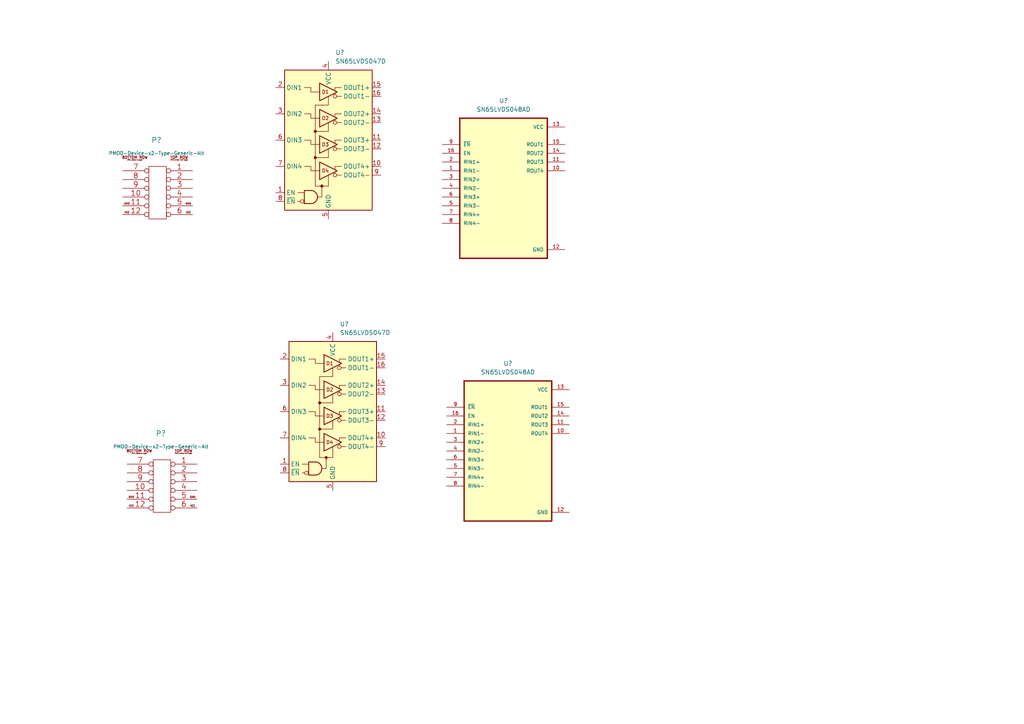
<source format=kicad_sch>
(kicad_sch (version 20211123) (generator eeschema)
  (paper "A4")
  (title_block (title "Pmod LVDS PCB for SpaceWire") (date "2022-09-02") (rev "0.1") (company "Engineer: Stefan Lindoerfer"))
  (lib_symbols
    (symbol "Interface:SN65LVDS047D"
      (property "Reference" "U" (at -12.7 21.59 0))
      (property "Value" "SN65LVDS047D" (at 1.27 21.59 0))
      (symbol "SN65LVDS047D_0_1"
        (polyline (pts (xy 1.905 -9.652) (xy 1.905 -9.271)))
        (polyline (pts (xy 1.905 -2.032) (xy 1.905 -1.651)))
        (polyline (pts (xy 1.905 5.588) (xy 1.905 5.969)))
        (polyline (pts (xy 1.905 13.208) (xy 1.905 13.589)))
        (polyline (pts (xy 0 12.7) (xy 0 10.16) (xy -3.81 10.16)))
        (polyline (pts (xy 3.81 0) (xy 1.905 0) (xy 1.905 -0.889)))
        (polyline (pts (xy -1.905 -13.335) (xy -1.905 -16.51) (xy -2.54 -16.51) (xy -3.175 -16.51)))
        (polyline (pts (xy 0 -13.335) (xy -2.54 -13.335) (xy -3.81 -13.335) (xy -3.81 10.16)))
      )
      (symbol "SN65LVDS047D_1_0"
        (rectangle (start -12.7 20.32) (end 12.7 -20.32) (stroke (width 0.254)) (fill (type background)))
        (circle (center -7.62 -17.78) (radius 0.508))
        (circle (center -3.81 -5.08) (radius 0.3556) (fill (type outline)))
        (circle (center -3.81 2.54) (radius 0.3556) (fill (type outline)))
        (circle (center -1.905 -13.335) (radius 0.3556) (fill (type outline)))
        (polyline (pts (xy 0 -13.335) (xy 0 -10.16)))
        (polyline (pts (xy 3.81 -10.16) (xy 2.413 -10.16)))
        (polyline (pts (xy 3.81 -2.54) (xy 2.413 -2.54)))
        (polyline (pts (xy 3.81 5.08) (xy 2.413 5.08)))
        (polyline (pts (xy 3.81 12.7) (xy 2.413 12.7)))
        (polyline (pts (xy -3.81 -5.08) (xy 0 -5.08) (xy 0 -2.54)))
        (polyline (pts (xy -3.81 2.54) (xy 0 2.54) (xy 0 5.08)))
        (polyline (pts (xy 1.905 -8.509) (xy 1.905 -7.62) (xy 3.81 -7.62)))
        (polyline (pts (xy 1.905 6.731) (xy 1.905 7.62) (xy 3.81 7.62)))
        (polyline (pts (xy 1.905 14.351) (xy 1.905 15.24) (xy 3.81 15.24)))
        (polyline (pts (xy -2.54 -8.89) (xy -5.08 -8.89) (xy -5.08 -7.62) (xy -6.985 -7.62)))
        (polyline (pts (xy -2.54 -1.27) (xy -5.08 -1.27) (xy -5.08 0) (xy -6.985 0)))
        (polyline (pts (xy -2.54 6.35) (xy -5.08 6.35) (xy -5.08 7.62) (xy -6.985 7.62)))
        (polyline (pts (xy -2.54 13.97) (xy -5.08 13.97) (xy -5.08 15.24) (xy -6.985 15.24)))
        (circle (center 1.905 -10.16) (radius 0.508))
        (circle (center 1.905 -2.54) (radius 0.508))
        (circle (center 1.905 5.08) (radius 0.508))
        (circle (center 1.905 12.7) (radius 0.508))
        (text "D1" (at -0.889 13.97 0) (effects (font (size 1.016 1.016))))
        (text "D2" (at -0.889 6.35 0) (effects (font (size 1.016 1.016))))
        (text "D3" (at -0.889 -1.27 0) (effects (font (size 1.016 1.016))))
        (text "D4" (at -0.889 -8.89 0) (effects (font (size 1.016 1.016))))
      )
      (symbol "SN65LVDS047D_1_1"
        (arc (start -5.08 -18.415) (mid -3.175 -16.51) (end -5.08 -14.605) (stroke (width 0.254)))
        (polyline (pts (xy -8.89 -17.78) (xy -8.128 -17.78)))
        (polyline (pts (xy -8.89 -15.24) (xy -6.985 -15.24)))
        (polyline (pts (xy -5.08 -14.605) (xy -6.985 -14.605) (xy -6.985 -18.415) (xy -5.08 -18.415)) (stroke (width 0.254)))
        (polyline (pts (xy -2.54 -6.35) (xy -2.54 -11.43) (xy 2.54 -8.89) (xy -2.54 -6.35)) (stroke (width 0.254)))
        (polyline (pts (xy -2.54 1.27) (xy -2.54 -3.81) (xy 2.54 -1.27) (xy -2.54 1.27)) (stroke (width 0.254)))
        (polyline (pts (xy -2.54 8.89) (xy -2.54 3.81) (xy 2.54 6.35) (xy -2.54 8.89)) (stroke (width 0.254)))
        (polyline (pts (xy -2.54 16.51) (xy -2.54 11.43) (xy 2.54 13.97) (xy -2.54 16.51)) (stroke (width 0.254)))
        (pin input line (at -15.24 -15.24 0) (length 2.54) (name "EN") (number "1"))
        (pin output line (at 15.24 -7.62 180) (length 2.54) (name "DOUT4+") (number "10"))
        (pin output line (at 15.24 0 180) (length 2.54) (name "DOUT3+") (number "11"))
        (pin output line (at 15.24 -2.54 180) (length 2.54) (name "DOUT3-") (number "12"))
        (pin output line (at 15.24 5.08 180) (length 2.54) (name "DOUT2-") (number "13"))
        (pin output line (at 15.24 7.62 180) (length 2.54) (name "DOUT2+") (number "14"))
        (pin output line (at 15.24 15.24 180) (length 2.54) (name "DOUT1+") (number "15"))
        (pin output line (at 15.24 12.7 180) (length 2.54) (name "DOUT1-") (number "16"))
        (pin input line (at -15.24 15.24 0) (length 2.54) (name "DIN1") (number "2"))
        (pin input line (at -15.24 7.62 0) (length 2.54) (name "DIN2") (number "3"))
        (pin power_in line (at 0 22.86 270) (length 2.54) (name "VCC") (number "4"))
        (pin power_in line (at 0 -22.86 90) (length 2.54) (name "GND") (number "5"))
        (pin input line (at -15.24 0 0) (length 2.54) (name "DIN3") (number "6"))
        (pin input line (at -15.24 -7.62 0) (length 2.54) (name "DIN4") (number "7"))
        (pin input line (at -15.24 -17.78 0) (length 2.54) (name "~{EN}") (number "8"))
        (pin output line (at 15.24 -10.16 180) (length 2.54) (name "DOUT4-") (number "9"))
      )
    )
    (symbol "SN65LVDS048AD:SN65LVDS048AD" (pin_names (offset 1.016))
      (property "Reference" "U" (at -12.7 21.3106 0))
      (property "Value" "SN65LVDS048AD" (at -12.7 -24.3078 0))
      (symbol "SN65LVDS048AD_0_0"
        (rectangle (start -12.7 -20.32) (end 12.7 20.32) (stroke (width 0.4064)) (fill (type background)))
        (pin input line (at -17.78 5.08 0) (length 5.08) (name "RIN1-") (number "1"))
        (pin output line (at 17.78 5.08 180) (length 5.08) (name "ROUT4") (number "10"))
        (pin output line (at 17.78 7.62 180) (length 5.08) (name "ROUT3") (number "11"))
        (pin power_in line (at 17.78 -17.78 180) (length 5.08) (name "GND") (number "12"))
        (pin power_in line (at 17.78 17.78 180) (length 5.08) (name "VCC") (number "13"))
        (pin output line (at 17.78 10.16 180) (length 5.08) (name "ROUT2") (number "14"))
        (pin output line (at 17.78 12.7 180) (length 5.08) (name "ROUT1") (number "15"))
        (pin input line (at -17.78 10.16 0) (length 5.08) (name "EN") (number "16"))
        (pin input line (at -17.78 7.62 0) (length 5.08) (name "RIN1+") (number "2"))
        (pin input line (at -17.78 2.54 0) (length 5.08) (name "RIN2+") (number "3"))
        (pin input line (at -17.78 0 0) (length 5.08) (name "RIN2-") (number "4"))
        (pin input line (at -17.78 -5.08 0) (length 5.08) (name "RIN3-") (number "5"))
        (pin input line (at -17.78 -2.54 0) (length 5.08) (name "RIN3+") (number "6"))
        (pin input line (at -17.78 -7.62 0) (length 5.08) (name "RIN4+") (number "7"))
        (pin input line (at -17.78 -10.16 0) (length 5.08) (name "RIN4-") (number "8"))
        (pin input line (at -17.78 12.7 0) (length 5.08) (name "~{EN}") (number "9"))
      )
    )
    (symbol "pmod:PMOD-Device-x2-Type-Generic-Alt" (pin_names (offset 1.016) hide)
      (property "Reference" "P" (at 2.54 16.51 0))
      (property "Value" "PMOD-Device-x2-Type-Generic-Alt" (at 2.286 -1.016 0))
      (symbol "PMOD-Device-x2-Type-Generic-Alt_0_0"
        (text "(Pins closest to edge)" (at -4.064 17.272 0) (effects (font (size 0.254 0.254)) (justify top)))
        (text "(Pins furthest from edge)" (at 8.763 17.272 0) (effects (font (size 0.254 0.254)) (justify top)))
        (text "BOTTOM ROW" (at -4.064 18.288 0) (effects (font (size 0.762 0.762)) (justify top)))
        (text "GND" (at -6.35 4.445 0) (effects (font (size 0.508 0.508))))
        (text "GND" (at 11.43 4.445 0) (effects (font (size 0.508 0.508))))
        (text "TOP ROW" (at 8.763 18.288 0) (effects (font (size 0.762 0.762)) (justify top)))
        (text "VCC" (at -6.35 1.905 0) (effects (font (size 0.508 0.508))))
        (text "VCC" (at 11.43 1.905 0) (effects (font (size 0.508 0.508))))
      )
      (symbol "PMOD-Device-x2-Type-Generic-Alt_0_1"
        (rectangle (start 5.08 15.24) (end 0 0))
      )
      (symbol "PMOD-Device-x2-Type-Generic-Alt_1_1"
        (pin passive inverted (at 12.7 13.97 180) (length 7.62) (name "P1") (number "1"))
        (pin passive inverted (at -7.62 6.35 0) (length 7.62) (name "P10") (number "10"))
        (pin passive inverted (at -7.62 3.81 0) (length 7.62) (name "P11") (number "11"))
        (pin passive inverted (at -7.62 1.27 0) (length 7.62) (name "P12") (number "12"))
        (pin passive inverted (at 12.7 11.43 180) (length 7.62) (name "P2") (number "2"))
        (pin passive inverted (at 12.7 8.89 180) (length 7.62) (name "P3") (number "3"))
        (pin passive inverted (at 12.7 6.35 180) (length 7.62) (name "P4") (number "4"))
        (pin passive inverted (at 12.7 3.81 180) (length 7.62) (name "P5") (number "5"))
        (pin passive inverted (at 12.7 1.27 180) (length 7.62) (name "P6") (number "6"))
        (pin passive inverted (at -7.62 13.97 0) (length 7.62) (name "P7") (number "7"))
        (pin passive inverted (at -7.62 11.43 0) (length 7.62) (name "P8") (number "8"))
        (pin passive inverted (at -7.62 8.89 0) (length 7.62) (name "P9") (number "9"))
      )
    )
  )
  (symbol (lib_id "SN65LVDS048AD:SN65LVDS048AD") (at 147.32 130.81 0) (unit 1)
    (property "Reference" "U?" (at 147.32 105.41 0))
    (property "Value" "SN65LVDS048AD" (at 147.32 107.95 0))
    (property "Footprint" "SOIC127P600X175-16N" (effects hide))
  )
  (symbol (lib_id "SN65LVDS048AD:SN65LVDS048AD") (at 146.05 54.61 0) (unit 1)
    (property "Reference" "U?" (at 146.05 29.21 0))
    (property "Value" "SN65LVDS048AD" (at 146.05 31.75 0))
    (property "Footprint" "SOIC127P600X175-16N" (effects hide))
  )
  (symbol (lib_id "pmod:PMOD-Device-x2-Type-Generic-Alt") (at 44.45 148.59 0) (unit 1)
    (property "Reference" "P?" (at 46.6615 125.73 0) (effects (font (size 1.524 1.524))))
    (property "Value" "PMOD-Device-x2-Type-Generic-Alt" (at 46.6615 129.54 0) (effects (font (size 0.9906 0.9906))))
    (property "Footprint" "pmod-conn_6x2:pmod_pin_array_6x2" (effects hide))
  )
  (symbol (lib_id "Interface:SN65LVDS047D") (at 95.25 40.64 0) (unit 1)
    (property "Reference" "U?" (at 97.2694 15.24 0) (effects (justify left)))
    (property "Value" "SN65LVDS047D" (at 97.2694 17.78 0) (effects (justify left)))
    (property "Footprint" "Package_SO:SOIC-16_3.9x9.9mm_P1.27mm" (effects hide))
    (property "Datasheet" "http://www.ti.com/lit/ds/symlink/sn65lvds047.pdf" (effects hide))
  )
  (symbol (lib_id "pmod:PMOD-Device-x2-Type-Generic-Alt") (at 43.18 63.5 0) (unit 1)
    (property "Reference" "P?" (at 45.3915 40.64 0) (effects (font (size 1.524 1.524))))
    (property "Value" "PMOD-Device-x2-Type-Generic-Alt" (at 45.3915 44.45 0) (effects (font (size 0.9906 0.9906))))
    (property "Footprint" "pmod-conn_6x2:pmod_pin_array_6x2" (effects hide))
  )
  (symbol (lib_id "Interface:SN65LVDS047D") (at 96.52 119.38 0) (unit 1)
    (property "Reference" "U?" (at 98.5394 93.98 0) (effects (justify left)))
    (property "Value" "SN65LVDS047D" (at 98.5394 96.52 0) (effects (justify left)))
    (property "Footprint" "Package_SO:SOIC-16_3.9x9.9mm_P1.27mm" (effects hide))
    (property "Datasheet" "http://www.ti.com/lit/ds/symlink/sn65lvds047.pdf" (effects hide))
  )
)
</source>
